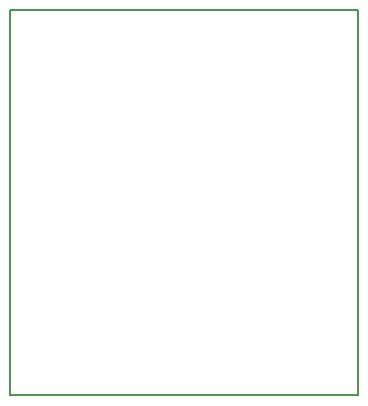
<source format=gbr>
G04 #@! TF.FileFunction,Profile,NP*
%FSLAX46Y46*%
G04 Gerber Fmt 4.6, Leading zero omitted, Abs format (unit mm)*
G04 Created by KiCad (PCBNEW 4.0.4-stable) date 01/17/17 17:47:26*
%MOMM*%
%LPD*%
G01*
G04 APERTURE LIST*
%ADD10C,0.100000*%
%ADD11C,0.150000*%
G04 APERTURE END LIST*
D10*
D11*
X146760000Y-99600000D02*
X147360000Y-99600000D01*
X146760000Y-132240000D02*
X146760000Y-99600000D01*
X176280000Y-132240000D02*
X146760000Y-132240000D01*
X176280000Y-99600000D02*
X176280000Y-132240000D01*
X147360000Y-99600000D02*
X176280000Y-99600000D01*
M02*

</source>
